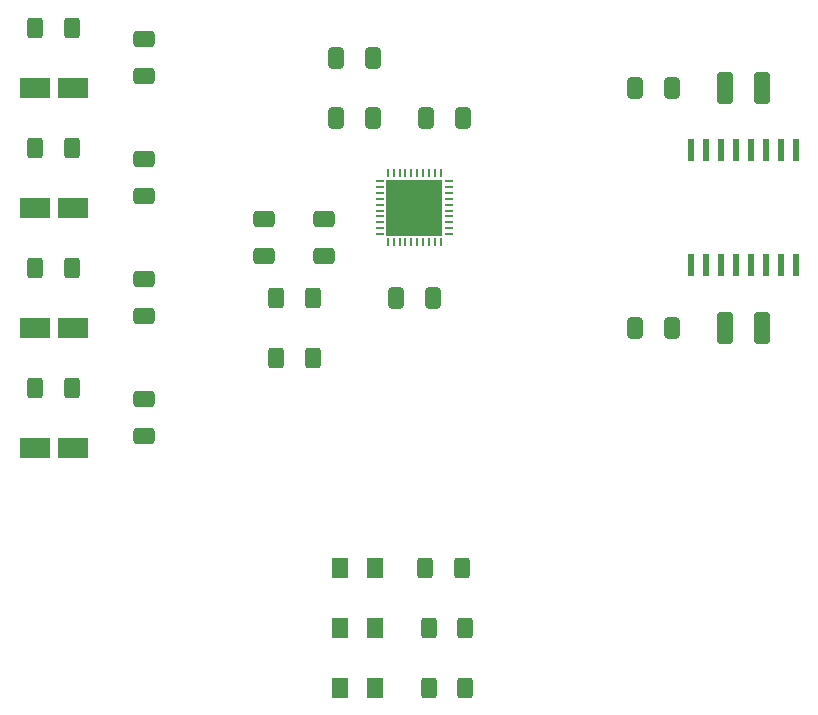
<source format=gbr>
%TF.GenerationSoftware,KiCad,Pcbnew,8.0.4-8.0.4-0~ubuntu22.04.1*%
%TF.CreationDate,2024-08-03T21:35:52+03:00*%
%TF.ProjectId,PM-AI8-U,504d2d41-4938-42d5-952e-6b696361645f,rev?*%
%TF.SameCoordinates,Original*%
%TF.FileFunction,Paste,Top*%
%TF.FilePolarity,Positive*%
%FSLAX46Y46*%
G04 Gerber Fmt 4.6, Leading zero omitted, Abs format (unit mm)*
G04 Created by KiCad (PCBNEW 8.0.4-8.0.4-0~ubuntu22.04.1) date 2024-08-03 21:35:52*
%MOMM*%
%LPD*%
G01*
G04 APERTURE LIST*
G04 Aperture macros list*
%AMRoundRect*
0 Rectangle with rounded corners*
0 $1 Rounding radius*
0 $2 $3 $4 $5 $6 $7 $8 $9 X,Y pos of 4 corners*
0 Add a 4 corners polygon primitive as box body*
4,1,4,$2,$3,$4,$5,$6,$7,$8,$9,$2,$3,0*
0 Add four circle primitives for the rounded corners*
1,1,$1+$1,$2,$3*
1,1,$1+$1,$4,$5*
1,1,$1+$1,$6,$7*
1,1,$1+$1,$8,$9*
0 Add four rect primitives between the rounded corners*
20,1,$1+$1,$2,$3,$4,$5,0*
20,1,$1+$1,$4,$5,$6,$7,0*
20,1,$1+$1,$6,$7,$8,$9,0*
20,1,$1+$1,$8,$9,$2,$3,0*%
G04 Aperture macros list end*
%ADD10C,0.000000*%
%ADD11R,2.565400X1.651000*%
%ADD12RoundRect,0.250000X0.412500X0.650000X-0.412500X0.650000X-0.412500X-0.650000X0.412500X-0.650000X0*%
%ADD13RoundRect,0.250000X-0.400000X-0.625000X0.400000X-0.625000X0.400000X0.625000X-0.400000X0.625000X0*%
%ADD14RoundRect,0.250000X-0.650000X0.412500X-0.650000X-0.412500X0.650000X-0.412500X0.650000X0.412500X0*%
%ADD15RoundRect,0.250000X-0.412500X-0.650000X0.412500X-0.650000X0.412500X0.650000X-0.412500X0.650000X0*%
%ADD16RoundRect,0.250001X-0.462499X-0.624999X0.462499X-0.624999X0.462499X0.624999X-0.462499X0.624999X0*%
%ADD17RoundRect,0.250000X-0.412500X-1.100000X0.412500X-1.100000X0.412500X1.100000X-0.412500X1.100000X0*%
%ADD18R,0.482600X1.854200*%
%ADD19R,0.254000X0.660400*%
%ADD20R,0.660400X0.254000*%
%ADD21R,4.699000X4.699000*%
G04 APERTURE END LIST*
D10*
%TO.C,U1*%
G36*
X85527634Y-70236834D02*
G01*
X84161300Y-70236834D01*
X84161300Y-68870500D01*
X85527634Y-68870500D01*
X85527634Y-70236834D01*
G37*
G36*
X85527634Y-71803167D02*
G01*
X84161300Y-71803167D01*
X84161300Y-70436833D01*
X85527634Y-70436833D01*
X85527634Y-71803167D01*
G37*
G36*
X85527634Y-73369500D02*
G01*
X84161300Y-73369500D01*
X84161300Y-72003166D01*
X85527634Y-72003166D01*
X85527634Y-73369500D01*
G37*
G36*
X87093967Y-70236834D02*
G01*
X85727633Y-70236834D01*
X85727633Y-68870500D01*
X87093967Y-68870500D01*
X87093967Y-70236834D01*
G37*
G36*
X87093967Y-71803167D02*
G01*
X85727633Y-71803167D01*
X85727633Y-70436833D01*
X87093967Y-70436833D01*
X87093967Y-71803167D01*
G37*
G36*
X87093967Y-73369500D02*
G01*
X85727633Y-73369500D01*
X85727633Y-72003166D01*
X87093967Y-72003166D01*
X87093967Y-73369500D01*
G37*
G36*
X88660300Y-70236834D02*
G01*
X87293966Y-70236834D01*
X87293966Y-68870500D01*
X88660300Y-68870500D01*
X88660300Y-70236834D01*
G37*
G36*
X88660300Y-71803167D02*
G01*
X87293966Y-71803167D01*
X87293966Y-70436833D01*
X88660300Y-70436833D01*
X88660300Y-71803167D01*
G37*
G36*
X88660300Y-73369500D02*
G01*
X87293966Y-73369500D01*
X87293966Y-72003166D01*
X88660300Y-72003166D01*
X88660300Y-73369500D01*
G37*
%TD*%
D11*
%TO.C,D7*%
X57492900Y-91440000D03*
X54267100Y-91440000D03*
%TD*%
%TO.C,D5*%
X57492900Y-81280000D03*
X54267100Y-81280000D03*
%TD*%
%TO.C,D3*%
X57492900Y-71120000D03*
X54267100Y-71120000D03*
%TD*%
%TO.C,D1*%
X57492900Y-60960000D03*
X54267100Y-60960000D03*
%TD*%
D12*
%TO.C,C15*%
X108242500Y-60960000D03*
X105117500Y-60960000D03*
%TD*%
D13*
%TO.C,R1*%
X54330000Y-55880000D03*
X57430000Y-55880000D03*
%TD*%
D14*
%TO.C,C3*%
X63500000Y-67017500D03*
X63500000Y-70142500D03*
%TD*%
D15*
%TO.C,C19*%
X84848300Y-78740000D03*
X87973300Y-78740000D03*
%TD*%
%TO.C,C10*%
X87388300Y-63500000D03*
X90513300Y-63500000D03*
%TD*%
D14*
%TO.C,C18*%
X73710800Y-72097500D03*
X73710800Y-75222500D03*
%TD*%
%TO.C,C1*%
X63500000Y-56857500D03*
X63500000Y-59982500D03*
%TD*%
D16*
%TO.C,D10*%
X80082500Y-101600000D03*
X83057500Y-101600000D03*
%TD*%
D17*
%TO.C,C16*%
X112737500Y-60960000D03*
X115862500Y-60960000D03*
%TD*%
D16*
%TO.C,D12*%
X80082500Y-111760000D03*
X83057500Y-111760000D03*
%TD*%
D18*
%TO.C,U2*%
X109855000Y-75996800D03*
X111125000Y-75996800D03*
X112395000Y-75996800D03*
X113665000Y-75996800D03*
X114935000Y-75996800D03*
X116205000Y-75996800D03*
X117475000Y-75996800D03*
X118745000Y-75996800D03*
X118745000Y-66243200D03*
X117475000Y-66243200D03*
X116205000Y-66243200D03*
X114935000Y-66243200D03*
X113665000Y-66243200D03*
X112395000Y-66243200D03*
X111125000Y-66243200D03*
X109855000Y-66243200D03*
%TD*%
D19*
%TO.C,U1*%
X88660801Y-68196998D03*
X88160799Y-68196998D03*
X87660800Y-68196998D03*
X87160801Y-68196998D03*
X86660800Y-68196998D03*
X86160800Y-68196998D03*
X85660799Y-68196998D03*
X85160800Y-68196998D03*
X84660801Y-68196998D03*
X84160799Y-68196998D03*
D20*
X83487798Y-68869999D03*
X83487798Y-69370001D03*
X83487798Y-69870000D03*
X83487798Y-70369999D03*
X83487798Y-70870000D03*
X83487798Y-71370000D03*
X83487798Y-71870001D03*
X83487798Y-72370000D03*
X83487798Y-72869999D03*
X83487798Y-73370001D03*
D19*
X84160799Y-74043002D03*
X84660801Y-74043002D03*
X85160800Y-74043002D03*
X85660799Y-74043002D03*
X86160800Y-74043002D03*
X86660800Y-74043002D03*
X87160801Y-74043002D03*
X87660800Y-74043002D03*
X88160799Y-74043002D03*
X88660801Y-74043002D03*
D20*
X89333802Y-73370001D03*
X89333802Y-72869999D03*
X89333802Y-72370000D03*
X89333802Y-71870001D03*
X89333802Y-71370000D03*
X89333802Y-70870000D03*
X89333802Y-70369999D03*
X89333802Y-69870000D03*
X89333802Y-69370001D03*
X89333802Y-68869999D03*
D21*
X86410800Y-71120000D03*
%TD*%
D13*
%TO.C,R14*%
X87640000Y-111760000D03*
X90740000Y-111760000D03*
%TD*%
%TO.C,R11*%
X74700800Y-83820000D03*
X77800800Y-83820000D03*
%TD*%
%TO.C,R3*%
X54330000Y-66040000D03*
X57430000Y-66040000D03*
%TD*%
D12*
%TO.C,C12*%
X82893300Y-58420000D03*
X79768300Y-58420000D03*
%TD*%
D13*
%TO.C,R12*%
X87350000Y-101600000D03*
X90450000Y-101600000D03*
%TD*%
D14*
%TO.C,C17*%
X78790800Y-72097500D03*
X78790800Y-75222500D03*
%TD*%
D13*
%TO.C,R5*%
X54330000Y-76200000D03*
X57430000Y-76200000D03*
%TD*%
D14*
%TO.C,C5*%
X63500000Y-77177500D03*
X63500000Y-80302500D03*
%TD*%
D12*
%TO.C,C13*%
X108242500Y-81280000D03*
X105117500Y-81280000D03*
%TD*%
D13*
%TO.C,R13*%
X87640000Y-106680000D03*
X90740000Y-106680000D03*
%TD*%
%TO.C,R7*%
X54330000Y-86360000D03*
X57430000Y-86360000D03*
%TD*%
D14*
%TO.C,C7*%
X63500000Y-87337500D03*
X63500000Y-90462500D03*
%TD*%
D13*
%TO.C,R10*%
X74700800Y-78740000D03*
X77800800Y-78740000D03*
%TD*%
D12*
%TO.C,C11*%
X82893300Y-63500000D03*
X79768300Y-63500000D03*
%TD*%
D17*
%TO.C,C14*%
X112737500Y-81280000D03*
X115862500Y-81280000D03*
%TD*%
D16*
%TO.C,D11*%
X80082500Y-106680000D03*
X83057500Y-106680000D03*
%TD*%
M02*

</source>
